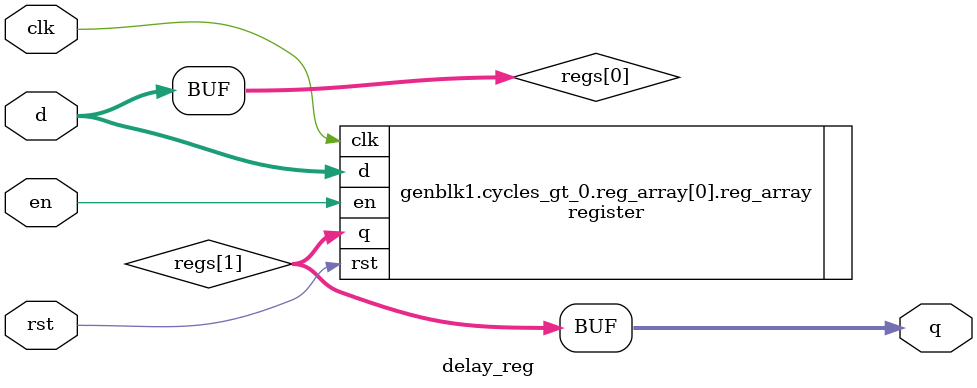
<source format=sv>

module delay_reg
    #(
      parameter int CYCLES = 1,
      parameter int WIDTH = 8)
    (
     input logic              clk,
     input logic              rst,
     input logic              en,
     input logic [WIDTH-1:0]  d,
     output logic [WIDTH-1:0] q);
   
    logic [WIDTH-1:0] regs [CYCLES+1];

    if (CYCLES == 0) begin : cycles_eq_0
        assign q = d;
    end
    else if (CYCLES > 0) begin : cycles_gt_0

        assign regs[0] = d;
        assign q = regs[CYCLES];
        
        genvar i;
        for (i = 0; i < CYCLES; i++) begin : reg_array
            register
                #(.WIDTH(WIDTH))
            reg_array
                (.clk(clk),
                 .rst(rst),
                 .en(en),
                 .d(regs[i]),
                 .q(regs[i+1]));
        end
    end

endmodule

</source>
